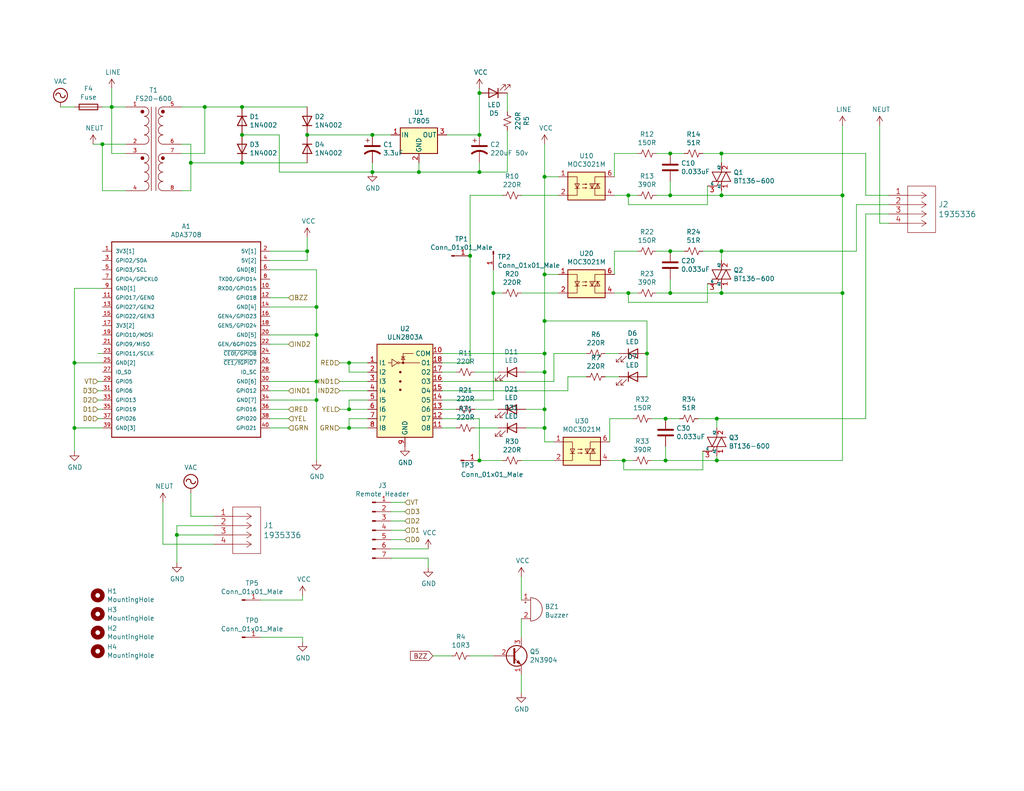
<source format=kicad_sch>
(kicad_sch (version 20211123) (generator eeschema)
  (paper "USLetter")
  (lib_symbols
    (symbol "Connector:Conn_01x01_Male" (pin_names (offset 1.016) hide)
      (property "Reference" "J" (at 0 2.54 0))
      (property "Value" "Conn_01x01_Male" (at 0 -2.54 0))
      (symbol "Conn_01x01_Male_1_1"
        (pin passive line (at 5.08 0 180) (length 3.81) (name "Pin_1") (number "1"))
      )
    )
    (symbol "Connector:Conn_01x07_Male" (pin_names (offset 1.016) hide)
      (property "Reference" "J" (at 0 10.16 0))
      (property "Value" "Conn_01x07_Male" (at 0 -10.16 0))
      (symbol "Conn_01x07_Male_1_1"
        (pin passive line (at 5.08 7.62 180) (length 3.81) (name "Pin_1") (number "1"))
        (pin passive line (at 5.08 5.08 180) (length 3.81) (name "Pin_2") (number "2"))
        (pin passive line (at 5.08 2.54 180) (length 3.81) (name "Pin_3") (number "3"))
        (pin passive line (at 5.08 0 180) (length 3.81) (name "Pin_4") (number "4"))
        (pin passive line (at 5.08 -2.54 180) (length 3.81) (name "Pin_5") (number "5"))
        (pin passive line (at 5.08 -5.08 180) (length 3.81) (name "Pin_6") (number "6"))
        (pin passive line (at 5.08 -7.62 180) (length 3.81) (name "Pin_7") (number "7"))
      )
    )
    (symbol "Device:Buzzer" (pin_names (offset 0.0254) hide)
      (property "Reference" "BZ" (at 3.81 1.27 0))
      (property "Value" "Buzzer" (at 3.81 -1.27 0))
      (symbol "Buzzer_1_1"
        (pin passive line (at -2.54 2.54 0) (length 2.54) (name "-") (number "1"))
        (pin passive line (at -2.54 -2.54 0) (length 2.54) (name "+") (number "2"))
      )
    )
    (symbol "Device:C" (pin_numbers hide) (pin_names (offset 0.254))
      (property "Reference" "C" (at 0.635 2.54 0))
      (property "Value" "C" (at 0.635 -2.54 0))
      (symbol "C_1_1"
        (pin passive line (at 0 3.81 270) (length 2.794) (name "~") (number "1"))
        (pin passive line (at 0 -3.81 90) (length 2.794) (name "~") (number "2"))
      )
    )
    (symbol "Device:Fuse" (pin_numbers hide) (pin_names (offset 0))
      (property "Reference" "F" (at 2.032 0 90))
      (property "Value" "Fuse" (at -1.905 0 90))
      (symbol "Fuse_1_1"
        (pin passive line (at 0 3.81 270) (length 1.27) (name "~") (number "1"))
        (pin passive line (at 0 -3.81 90) (length 1.27) (name "~") (number "2"))
      )
    )
    (symbol "Device:LED" (pin_numbers hide) (pin_names (offset 1.016) hide)
      (property "Reference" "D" (at 0 2.54 0))
      (property "Value" "LED" (at 0 -2.54 0))
      (symbol "LED_1_1"
        (pin passive line (at -3.81 0 0) (length 2.54) (name "K") (number "1"))
        (pin passive line (at 3.81 0 180) (length 2.54) (name "A") (number "2"))
      )
    )
    (symbol "Device:Q_NPN_EBC" (pin_names (offset 0) hide)
      (property "Reference" "Q" (at 5.08 1.27 0))
      (property "Value" "Q_NPN_EBC" (at 5.08 -1.27 0))
      (symbol "Q_NPN_EBC_1_1"
        (pin passive line (at 2.54 -5.08 90) (length 2.54) (name "E") (number "1"))
        (pin passive line (at -5.08 0 0) (length 5.715) (name "B") (number "2"))
        (pin passive line (at 2.54 5.08 270) (length 2.54) (name "C") (number "3"))
      )
    )
    (symbol "Device:R_Small_US" (pin_numbers hide) (pin_names (offset 0.254) hide)
      (property "Reference" "R" (at 0.762 0.508 0))
      (property "Value" "R_Small_US" (at 0.762 -1.016 0))
      (symbol "R_Small_US_1_1"
        (pin passive line (at 0 2.54 270) (length 1.016) (name "~") (number "1"))
        (pin passive line (at 0 -2.54 90) (length 1.016) (name "~") (number "2"))
      )
    )
    (symbol "Diode:1N4002" (pin_numbers hide) (pin_names (offset 1.016) hide)
      (property "Reference" "D" (at 0 2.54 0))
      (property "Value" "1N4002" (at 0 -2.54 0))
      (symbol "1N4002_1_1"
        (pin passive line (at -3.81 0 0) (length 2.54) (name "K") (number "1"))
        (pin passive line (at 3.81 0 180) (length 2.54) (name "A") (number "2"))
      )
    )
    (symbol "Mechanical:MountingHole" (pin_names (offset 1.016))
      (property "Reference" "H" (at 0 5.08 0))
      (property "Value" "MountingHole" (at 0 3.175 0))
    )
    (symbol "Regulator_Linear:L7805" (pin_names (offset 0.254))
      (property "Reference" "U" (at -3.81 3.175 0))
      (property "Value" "L7805" (at 0 3.175 0))
      (symbol "L7805_1_1"
        (pin power_in line (at -7.62 0 0) (length 2.54) (name "IN") (number "1"))
        (pin power_in line (at 0 -7.62 90) (length 2.54) (name "GND") (number "2"))
        (pin power_out line (at 7.62 0 180) (length 2.54) (name "OUT") (number "3"))
      )
    )
    (symbol "Relay_SolidState:MOC3021M"
      (property "Reference" "U" (at -5.334 4.826 0))
      (property "Value" "MOC3021M" (at 0 5.08 0))
      (symbol "MOC3021M_1_1"
        (pin passive line (at -7.62 2.54 0) (length 2.54) (name "~") (number "1"))
        (pin passive line (at -7.62 -2.54 0) (length 2.54) (name "~") (number "2"))
        (pin no_connect line (at -5.08 0 0) (length 2.54) hide (name "NC") (number "3"))
        (pin passive line (at 7.62 -2.54 180) (length 2.54) (name "~") (number "4"))
        (pin no_connect line (at 5.08 0 180) (length 2.54) hide (name "NC") (number "5"))
        (pin passive line (at 7.62 2.54 180) (length 2.54) (name "~") (number "6"))
      )
    )
    (symbol "StopLight4-rescue:1935336-2020-08-18_22-12-02" (pin_names (offset 0.254) hide)
      (property "Reference" "J" (at 8.89 6.35 0))
      (property "Value" "1935336-2020-08-18_22-12-02" (at 10.16 -5.08 0))
      (symbol "1935336-2020-08-18_22-12-02_1_1"
        (pin unspecified line (at 0 0 0) (length 5.08) (name "1") (number "1"))
        (pin unspecified line (at 0 -2.54 0) (length 5.08) (name "2") (number "2"))
        (pin unspecified line (at 0 -5.08 0) (length 5.08) (name "3") (number "3"))
        (pin unspecified line (at 0 -7.62 0) (length 5.08) (name "4") (number "4"))
      )
    )
    (symbol "StopLight4-rescue:ADA3708-ADA3708" (pin_names (offset 1.016))
      (property "Reference" "A" (at -20.3454 26.6954 0))
      (property "Value" "ADA3708-ADA3708" (at -20.3454 -30.5054 0))
      (symbol "ADA3708-ADA3708_0_0"
        (pin power_in line (at -22.86 22.86 0) (length 2.54) (name "3V3[1]") (number "1"))
        (pin bidirectional line (at 22.86 12.7 180) (length 2.54) (name "RXD0/GPIO15") (number "10"))
        (pin bidirectional line (at -22.86 10.16 0) (length 2.54) (name "GPIO17/GEN0") (number "11"))
        (pin bidirectional line (at 22.86 10.16 180) (length 2.54) (name "GPIO18") (number "12"))
        (pin bidirectional line (at -22.86 7.62 0) (length 2.54) (name "GPIO27/GEN2") (number "13"))
        (pin power_in line (at 22.86 7.62 180) (length 2.54) (name "GND[4]") (number "14"))
        (pin bidirectional line (at -22.86 5.08 0) (length 2.54) (name "GPIO22/GEN3") (number "15"))
        (pin bidirectional line (at 22.86 5.08 180) (length 2.54) (name "GEN4/GPIO23") (number "16"))
        (pin power_in line (at -22.86 2.54 0) (length 2.54) (name "3V3[2]") (number "17"))
        (pin bidirectional line (at 22.86 2.54 180) (length 2.54) (name "GEN5/GPIO24") (number "18"))
        (pin bidirectional line (at -22.86 0 0) (length 2.54) (name "GPIO10/MOSI") (number "19"))
        (pin power_in line (at 22.86 22.86 180) (length 2.54) (name "5V[1]") (number "2"))
        (pin power_in line (at 22.86 0 180) (length 2.54) (name "GND[5]") (number "20"))
        (pin bidirectional line (at -22.86 -2.54 0) (length 2.54) (name "GPIO9/MISO") (number "21"))
        (pin bidirectional line (at 22.86 -2.54 180) (length 2.54) (name "GEN/6GPIO25") (number "22"))
        (pin bidirectional line (at -22.86 -5.08 0) (length 2.54) (name "GPIO11/SCLK") (number "23"))
        (pin bidirectional line (at 22.86 -5.08 180) (length 2.54) (name "~{CE0!/GPIO8}") (number "24"))
        (pin power_in line (at -22.86 -7.62 0) (length 2.54) (name "GND[2]") (number "25"))
        (pin bidirectional line (at 22.86 -7.62 180) (length 2.54) (name "~{CE1/!GPIO7}") (number "26"))
        (pin bidirectional line (at -22.86 -10.16 0) (length 2.54) (name "ID_SD") (number "27"))
        (pin bidirectional line (at 22.86 -10.16 180) (length 2.54) (name "ID_SC") (number "28"))
        (pin bidirectional line (at -22.86 -12.7 0) (length 2.54) (name "GPIO5") (number "29"))
        (pin bidirectional line (at -22.86 20.32 0) (length 2.54) (name "GPIO2/SDA") (number "3"))
        (pin power_in line (at 22.86 -12.7 180) (length 2.54) (name "GND[6]") (number "30"))
        (pin bidirectional line (at -22.86 -15.24 0) (length 2.54) (name "GPIO6") (number "31"))
        (pin bidirectional line (at 22.86 -15.24 180) (length 2.54) (name "GPIO12") (number "32"))
        (pin bidirectional line (at -22.86 -17.78 0) (length 2.54) (name "GPIO13") (number "33"))
        (pin power_in line (at 22.86 -17.78 180) (length 2.54) (name "GND[7]") (number "34"))
        (pin bidirectional line (at -22.86 -20.32 0) (length 2.54) (name "GPIO19") (number "35"))
        (pin bidirectional line (at 22.86 -20.32 180) (length 2.54) (name "GPIO16") (number "36"))
        (pin bidirectional line (at -22.86 -22.86 0) (length 2.54) (name "GPIO26") (number "37"))
        (pin bidirectional line (at 22.86 -22.86 180) (length 2.54) (name "GPIO20") (number "38"))
        (pin power_in line (at -22.86 -25.4 0) (length 2.54) (name "GND[3]") (number "39"))
        (pin power_in line (at 22.86 20.32 180) (length 2.54) (name "5V[2]") (number "4"))
        (pin bidirectional line (at 22.86 -25.4 180) (length 2.54) (name "GPIO21") (number "40"))
        (pin bidirectional line (at -22.86 17.78 0) (length 2.54) (name "GPIO3/SCL") (number "5"))
        (pin power_in line (at 22.86 17.78 180) (length 2.54) (name "GND[8]") (number "6"))
        (pin bidirectional line (at -22.86 15.24 0) (length 2.54) (name "GPIO4/GPCKL0") (number "7"))
        (pin bidirectional line (at 22.86 15.24 180) (length 2.54) (name "TXD0/GPIO14") (number "8"))
        (pin power_in line (at -22.86 12.7 0) (length 2.54) (name "GND[1]") (number "9"))
      )
    )
    (symbol "StopLight4-rescue:CP1-Device" (pin_numbers hide) (pin_names (offset 0.254) hide)
      (property "Reference" "C" (at 0.635 2.54 0))
      (property "Value" "CP1-Device" (at 0.635 -2.54 0))
      (symbol "CP1-Device_1_1"
        (pin passive line (at 0 3.81 270) (length 2.794) (name "~") (number "1"))
        (pin passive line (at 0 -3.81 90) (length 3.302) (name "~") (number "2"))
      )
    )
    (symbol "StopLight4-rescue:FS20-600-FS20-600" (pin_names (offset 1.016) hide)
      (property "Reference" "T" (at -5.08 12.7 0))
      (property "Value" "FS20-600-FS20-600" (at -5.08 -15.24 0))
      (symbol "FS20-600-FS20-600_0_0"
        (pin passive line (at -7.62 10.16 0) (length 5.08) (name "~") (number "1"))
        (pin passive line (at -7.62 0 0) (length 5.08) (name "~") (number "2"))
        (pin passive line (at -7.62 -2.54 0) (length 5.08) (name "~") (number "3"))
        (pin passive line (at -7.62 -12.7 0) (length 5.08) (name "~") (number "4"))
        (pin passive line (at 7.62 10.16 180) (length 5.08) (name "~") (number "5"))
        (pin passive line (at 7.62 0 180) (length 5.08) (name "~") (number "6"))
        (pin passive line (at 7.62 -2.54 180) (length 5.08) (name "~") (number "7"))
        (pin passive line (at 7.62 -12.7 180) (length 5.08) (name "~") (number "8"))
      )
    )
    (symbol "Transistor_Array:ULN2803A"
      (property "Reference" "U" (at 0 13.335 0))
      (property "Value" "ULN2803A" (at 0 11.43 0))
      (symbol "ULN2803A_1_1"
        (pin input line (at -10.16 5.08 0) (length 2.54) (name "I1") (number "1"))
        (pin passive line (at 10.16 7.62 180) (length 2.54) (name "COM") (number "10"))
        (pin open_collector line (at 10.16 -12.7 180) (length 2.54) (name "O8") (number "11"))
        (pin open_collector line (at 10.16 -10.16 180) (length 2.54) (name "O7") (number "12"))
        (pin open_collector line (at 10.16 -7.62 180) (length 2.54) (name "O6") (number "13"))
        (pin open_collector line (at 10.16 -5.08 180) (length 2.54) (name "O5") (number "14"))
        (pin open_collector line (at 10.16 -2.54 180) (length 2.54) (name "O4") (number "15"))
        (pin open_collector line (at 10.16 0 180) (length 2.54) (name "O3") (number "16"))
        (pin open_collector line (at 10.16 2.54 180) (length 2.54) (name "O2") (number "17"))
        (pin open_collector line (at 10.16 5.08 180) (length 2.54) (name "O1") (number "18"))
        (pin input line (at -10.16 2.54 0) (length 2.54) (name "I2") (number "2"))
        (pin input line (at -10.16 0 0) (length 2.54) (name "I3") (number "3"))
        (pin input line (at -10.16 -2.54 0) (length 2.54) (name "I4") (number "4"))
        (pin input line (at -10.16 -5.08 0) (length 2.54) (name "I5") (number "5"))
        (pin input line (at -10.16 -7.62 0) (length 2.54) (name "I6") (number "6"))
        (pin input line (at -10.16 -10.16 0) (length 2.54) (name "I7") (number "7"))
        (pin input line (at -10.16 -12.7 0) (length 2.54) (name "I8") (number "8"))
        (pin power_in line (at 0 -17.78 90) (length 2.54) (name "GND") (number "9"))
      )
    )
    (symbol "Triac_Thyristor:BT136-600" (pin_names (offset 0))
      (property "Reference" "Q" (at 5.08 1.905 0))
      (property "Value" "BT136-600" (at 5.08 0 0))
      (symbol "BT136-600_1_1"
        (pin passive line (at 0 -3.81 90) (length 2.54) (name "A1") (number "1"))
        (pin passive line (at 0 3.81 270) (length 2.54) (name "A2") (number "2"))
        (pin input line (at -3.81 -2.54 0) (length 2.54) (name "G") (number "3"))
      )
    )
    (symbol "power:GND" (power) (pin_names (offset 0))
      (property "Value" "GND" (at 0 -3.81 0))
      (symbol "GND_1_1"
        (pin power_in line (at 0 0 270) (length 0) hide (name "GND") (number "1"))
      )
    )
    (symbol "power:LINE" (power) (pin_names (offset 0))
      (property "Value" "LINE" (at 0 3.81 0))
      (symbol "LINE_1_1"
        (pin power_in line (at 0 0 90) (length 0) hide (name "LINE") (number "1"))
      )
    )
    (symbol "power:NEUT" (power) (pin_names (offset 0))
      (property "Value" "NEUT" (at 0 3.81 0))
      (symbol "NEUT_1_1"
        (pin power_in line (at 0 0 90) (length 0) hide (name "NEUT") (number "1"))
      )
    )
    (symbol "power:VAC" (power) (pin_names (offset 0))
      (property "Value" "VAC" (at 0 6.35 0))
      (symbol "VAC_1_1"
        (pin power_in line (at 0 0 90) (length 0) hide (name "VAC") (number "1"))
      )
    )
    (symbol "power:VCC" (power) (pin_names (offset 0))
      (property "Value" "VCC" (at 0 3.81 0))
      (symbol "VCC_1_1"
        (pin power_in line (at 0 0 90) (length 0) hide (name "VCC") (number "1"))
      )
    )
  )
  (junction (at 195.58 114.3))
  (junction (at 196.85 80.01))
  (junction (at 182.88 80.01))
  (junction (at 130.81 125.73))
  (junction (at 148.59 74.93))
  (junction (at 182.88 68.58))
  (junction (at 148.59 96.52))
  (junction (at 130.81 25.4))
  (junction (at 195.58 125.73))
  (junction (at 148.59 101.6))
  (junction (at 95.25 99.06))
  (junction (at 114.3 46.99))
  (junction (at 229.87 53.34))
  (junction (at 83.82 36.83))
  (junction (at 181.61 125.73))
  (junction (at 176.53 96.52))
  (junction (at 66.04 36.83))
  (junction (at 171.45 80.01))
  (junction (at 134.62 80.01))
  (junction (at 30.48 29.21))
  (junction (at 66.04 29.21))
  (junction (at 95.25 116.84))
  (junction (at 148.59 111.76))
  (junction (at 86.36 109.22))
  (junction (at 196.85 53.34))
  (junction (at 182.88 41.91))
  (junction (at 171.45 53.34))
  (junction (at 128.27 69.85))
  (junction (at 170.18 125.73))
  (junction (at 148.59 87.63))
  (junction (at 86.36 104.14))
  (junction (at 196.85 41.91))
  (junction (at 83.82 68.58))
  (junction (at 196.85 68.58))
  (junction (at 55.88 29.21))
  (junction (at 229.87 80.01))
  (junction (at 182.88 53.34))
  (junction (at 52.07 44.45))
  (junction (at 48.26 146.05))
  (junction (at 86.36 91.44))
  (junction (at 181.61 114.3))
  (junction (at 95.25 111.76))
  (junction (at 148.59 48.26))
  (junction (at 101.6 36.83))
  (junction (at 130.81 46.99))
  (junction (at 101.6 46.99))
  (junction (at 148.59 116.84))
  (junction (at 86.36 83.82))
  (junction (at 20.32 116.84))
  (junction (at 20.32 99.06))
  (junction (at 130.81 36.83))
  (junction (at 27.94 39.37))
  (junction (at 66.04 44.45))
  (wire (pts (xy 121.92 36.83) (xy 130.81 36.83)))
  (wire (pts (xy 160.02 96.52) (xy 151.13 96.52)))
  (wire (pts (xy 195.58 125.73) (xy 195.58 124.46)))
  (wire (pts (xy 154.94 106.68) (xy 154.94 102.87)))
  (wire (pts (xy 120.65 116.84) (xy 124.46 116.84)))
  (wire (pts (xy 195.58 114.3) (xy 236.22 114.3)))
  (wire (pts (xy 118.11 179.07) (xy 123.19 179.07)))
  (wire (pts (xy 191.77 128.27) (xy 170.18 128.27)))
  (wire (pts (xy 34.29 52.07) (xy 27.94 52.07)))
  (wire (pts (xy 30.48 29.21) (xy 30.48 41.91)))
  (wire (pts (xy 48.26 143.51) (xy 48.26 146.05)))
  (wire (pts (xy 142.24 80.01) (xy 152.4 80.01)))
  (wire (pts (xy 148.59 111.76) (xy 148.59 116.84)))
  (wire (pts (xy 116.84 152.4) (xy 116.84 154.94)))
  (wire (pts (xy 130.81 114.3) (xy 130.81 125.73)))
  (wire (pts (xy 83.82 71.12) (xy 83.82 68.58)))
  (wire (pts (xy 138.43 35.56) (xy 138.43 46.99)))
  (wire (pts (xy 116.84 149.86) (xy 106.68 149.86)))
  (wire (pts (xy 142.24 184.15) (xy 142.24 189.23)))
  (wire (pts (xy 73.66 116.84) (xy 78.74 116.84)))
  (wire (pts (xy 95.25 101.6) (xy 95.25 99.06)))
  (wire (pts (xy 134.62 109.22) (xy 120.65 109.22)))
  (wire (pts (xy 95.25 109.22) (xy 95.25 111.76)))
  (wire (pts (xy 49.53 29.21) (xy 55.88 29.21)))
  (wire (pts (xy 193.04 77.47) (xy 193.04 82.55)))
  (wire (pts (xy 124.46 111.76) (xy 120.65 111.76)))
  (wire (pts (xy 148.59 87.63) (xy 148.59 96.52)))
  (wire (pts (xy 182.88 53.34) (xy 196.85 53.34)))
  (wire (pts (xy 71.12 173.99) (xy 82.55 173.99)))
  (wire (pts (xy 138.43 30.48) (xy 138.43 25.4)))
  (wire (pts (xy 27.94 116.84) (xy 20.32 116.84)))
  (wire (pts (xy 191.77 41.91) (xy 196.85 41.91)))
  (wire (pts (xy 130.81 46.99) (xy 130.81 44.45)))
  (wire (pts (xy 196.85 53.34) (xy 229.87 53.34)))
  (wire (pts (xy 27.94 39.37) (xy 34.29 39.37)))
  (wire (pts (xy 26.67 104.14) (xy 27.94 104.14)))
  (wire (pts (xy 100.33 101.6) (xy 95.25 101.6)))
  (wire (pts (xy 25.4 39.37) (xy 27.94 39.37)))
  (wire (pts (xy 26.67 114.3) (xy 27.94 114.3)))
  (wire (pts (xy 66.04 44.45) (xy 83.82 44.45)))
  (wire (pts (xy 130.81 125.73) (xy 137.16 125.73)))
  (wire (pts (xy 134.62 80.01) (xy 134.62 73.66)))
  (wire (pts (xy 100.33 104.14) (xy 92.71 104.14)))
  (wire (pts (xy 196.85 80.01) (xy 229.87 80.01)))
  (wire (pts (xy 58.42 140.97) (xy 52.07 140.97)))
  (wire (pts (xy 179.07 80.01) (xy 182.88 80.01)))
  (wire (pts (xy 176.53 87.63) (xy 148.59 87.63)))
  (wire (pts (xy 166.37 125.73) (xy 170.18 125.73)))
  (wire (pts (xy 182.88 49.53) (xy 182.88 53.34)))
  (wire (pts (xy 20.32 78.74) (xy 20.32 99.06)))
  (wire (pts (xy 181.61 121.92) (xy 181.61 125.73)))
  (wire (pts (xy 190.5 114.3) (xy 195.58 114.3)))
  (wire (pts (xy 27.94 111.76) (xy 26.67 111.76)))
  (wire (pts (xy 49.53 41.91) (xy 55.88 41.91)))
  (wire (pts (xy 191.77 123.19) (xy 191.77 128.27)))
  (wire (pts (xy 193.04 55.88) (xy 171.45 55.88)))
  (wire (pts (xy 182.88 76.2) (xy 182.88 80.01)))
  (wire (pts (xy 128.27 99.06) (xy 120.65 99.06)))
  (wire (pts (xy 86.36 83.82) (xy 86.36 91.44)))
  (wire (pts (xy 27.94 109.22) (xy 26.67 109.22)))
  (wire (pts (xy 167.64 74.93) (xy 167.64 68.58)))
  (wire (pts (xy 129.54 111.76) (xy 135.89 111.76)))
  (wire (pts (xy 82.55 163.83) (xy 82.55 162.56)))
  (wire (pts (xy 71.12 163.83) (xy 82.55 163.83)))
  (wire (pts (xy 152.4 74.93) (xy 148.59 74.93)))
  (wire (pts (xy 135.89 101.6) (xy 129.54 101.6)))
  (wire (pts (xy 83.82 64.77) (xy 83.82 68.58)))
  (wire (pts (xy 154.94 102.87) (xy 160.02 102.87)))
  (wire (pts (xy 167.64 68.58) (xy 173.99 68.58)))
  (wire (pts (xy 82.55 173.99) (xy 82.55 175.26)))
  (wire (pts (xy 148.59 116.84) (xy 143.51 116.84)))
  (wire (pts (xy 73.66 83.82) (xy 86.36 83.82)))
  (wire (pts (xy 168.91 96.52) (xy 165.1 96.52)))
  (wire (pts (xy 120.65 106.68) (xy 154.94 106.68)))
  (wire (pts (xy 148.59 96.52) (xy 148.59 101.6)))
  (wire (pts (xy 86.36 125.73) (xy 86.36 109.22)))
  (wire (pts (xy 73.66 73.66) (xy 86.36 73.66)))
  (wire (pts (xy 30.48 29.21) (xy 30.48 24.13)))
  (wire (pts (xy 76.2 46.99) (xy 101.6 46.99)))
  (wire (pts (xy 170.18 128.27) (xy 170.18 125.73)))
  (wire (pts (xy 128.27 69.85) (xy 128.27 99.06)))
  (wire (pts (xy 171.45 82.55) (xy 171.45 80.01)))
  (wire (pts (xy 27.94 52.07) (xy 27.94 39.37)))
  (wire (pts (xy 20.32 123.19) (xy 20.32 116.84)))
  (wire (pts (xy 16.51 29.21) (xy 20.32 29.21)))
  (wire (pts (xy 176.53 96.52) (xy 176.53 87.63)))
  (wire (pts (xy 58.42 146.05) (xy 48.26 146.05)))
  (wire (pts (xy 95.25 116.84) (xy 95.25 114.3)))
  (wire (pts (xy 55.88 41.91) (xy 55.88 29.21)))
  (wire (pts (xy 86.36 73.66) (xy 86.36 83.82)))
  (wire (pts (xy 78.74 106.68) (xy 73.66 106.68)))
  (wire (pts (xy 101.6 44.45) (xy 101.6 46.99)))
  (wire (pts (xy 166.37 120.65) (xy 166.37 114.3)))
  (wire (pts (xy 167.64 80.01) (xy 171.45 80.01)))
  (wire (pts (xy 101.6 36.83) (xy 83.82 36.83)))
  (wire (pts (xy 27.94 78.74) (xy 20.32 78.74)))
  (wire (pts (xy 114.3 46.99) (xy 101.6 46.99)))
  (wire (pts (xy 196.85 68.58) (xy 233.68 68.58)))
  (wire (pts (xy 196.85 41.91) (xy 236.22 41.91)))
  (wire (pts (xy 86.36 109.22) (xy 73.66 109.22)))
  (wire (pts (xy 179.07 68.58) (xy 182.88 68.58)))
  (wire (pts (xy 171.45 55.88) (xy 171.45 53.34)))
  (wire (pts (xy 26.67 96.52) (xy 27.94 96.52)))
  (wire (pts (xy 142.24 168.91) (xy 142.24 173.99)))
  (wire (pts (xy 52.07 52.07) (xy 52.07 44.45)))
  (wire (pts (xy 100.33 109.22) (xy 95.25 109.22)))
  (wire (pts (xy 73.66 114.3) (xy 78.74 114.3)))
  (wire (pts (xy 120.65 96.52) (xy 148.59 96.52)))
  (wire (pts (xy 193.04 50.8) (xy 193.04 55.88)))
  (wire (pts (xy 229.87 80.01) (xy 229.87 125.73)))
  (wire (pts (xy 49.53 39.37) (xy 52.07 39.37)))
  (wire (pts (xy 106.68 137.16) (xy 110.49 137.16)))
  (wire (pts (xy 52.07 39.37) (xy 52.07 44.45)))
  (wire (pts (xy 130.81 114.3) (xy 120.65 114.3)))
  (wire (pts (xy 177.8 114.3) (xy 181.61 114.3)))
  (wire (pts (xy 92.71 111.76) (xy 95.25 111.76)))
  (wire (pts (xy 73.66 71.12) (xy 83.82 71.12)))
  (wire (pts (xy 167.64 41.91) (xy 173.99 41.91)))
  (wire (pts (xy 83.82 29.21) (xy 66.04 29.21)))
  (wire (pts (xy 76.2 36.83) (xy 76.2 46.99)))
  (wire (pts (xy 134.62 109.22) (xy 134.62 80.01)))
  (wire (pts (xy 196.85 41.91) (xy 196.85 44.45)))
  (wire (pts (xy 58.42 148.59) (xy 44.45 148.59)))
  (wire (pts (xy 229.87 125.73) (xy 195.58 125.73)))
  (wire (pts (xy 229.87 53.34) (xy 229.87 80.01)))
  (wire (pts (xy 138.43 46.99) (xy 130.81 46.99)))
  (wire (pts (xy 106.68 36.83) (xy 101.6 36.83)))
  (wire (pts (xy 168.91 102.87) (xy 165.1 102.87)))
  (wire (pts (xy 177.8 125.73) (xy 181.61 125.73)))
  (wire (pts (xy 152.4 53.34) (xy 142.24 53.34)))
  (wire (pts (xy 182.88 80.01) (xy 196.85 80.01)))
  (wire (pts (xy 196.85 53.34) (xy 196.85 52.07)))
  (wire (pts (xy 73.66 104.14) (xy 86.36 104.14)))
  (wire (pts (xy 78.74 93.98) (xy 73.66 93.98)))
  (wire (pts (xy 148.59 120.65) (xy 151.13 120.65)))
  (wire (pts (xy 92.71 116.84) (xy 95.25 116.84)))
  (wire (pts (xy 106.68 142.24) (xy 110.49 142.24)))
  (wire (pts (xy 100.33 99.06) (xy 95.25 99.06)))
  (wire (pts (xy 86.36 104.14) (xy 86.36 109.22)))
  (wire (pts (xy 182.88 68.58) (xy 186.69 68.58)))
  (wire (pts (xy 30.48 29.21) (xy 34.29 29.21)))
  (wire (pts (xy 148.59 48.26) (xy 148.59 74.93)))
  (wire (pts (xy 229.87 34.29) (xy 229.87 53.34)))
  (wire (pts (xy 148.59 116.84) (xy 148.59 120.65)))
  (wire (pts (xy 143.51 101.6) (xy 148.59 101.6)))
  (wire (pts (xy 106.68 147.32) (xy 110.49 147.32)))
  (wire (pts (xy 242.57 53.34) (xy 236.22 53.34)))
  (wire (pts (xy 114.3 46.99) (xy 130.81 46.99)))
  (wire (pts (xy 236.22 53.34) (xy 236.22 41.91)))
  (wire (pts (xy 52.07 44.45) (xy 66.04 44.45)))
  (wire (pts (xy 181.61 125.73) (xy 195.58 125.73)))
  (wire (pts (xy 86.36 91.44) (xy 86.36 104.14)))
  (wire (pts (xy 148.59 39.37) (xy 148.59 48.26)))
  (wire (pts (xy 196.85 80.01) (xy 196.85 78.74)))
  (wire (pts (xy 196.85 68.58) (xy 196.85 71.12)))
  (wire (pts (xy 55.88 29.21) (xy 66.04 29.21)))
  (wire (pts (xy 142.24 125.73) (xy 151.13 125.73)))
  (wire (pts (xy 134.62 80.01) (xy 137.16 80.01)))
  (wire (pts (xy 128.27 179.07) (xy 134.62 179.07)))
  (wire (pts (xy 166.37 114.3) (xy 172.72 114.3)))
  (wire (pts (xy 78.74 81.28) (xy 73.66 81.28)))
  (wire (pts (xy 170.18 125.73) (xy 172.72 125.73)))
  (wire (pts (xy 66.04 36.83) (xy 76.2 36.83)))
  (wire (pts (xy 95.25 114.3) (xy 100.33 114.3)))
  (wire (pts (xy 167.64 53.34) (xy 171.45 53.34)))
  (wire (pts (xy 95.25 99.06) (xy 92.71 99.06)))
  (wire (pts (xy 130.81 24.13) (xy 130.81 25.4)))
  (wire (pts (xy 171.45 80.01) (xy 173.99 80.01)))
  (wire (pts (xy 27.94 29.21) (xy 30.48 29.21)))
  (wire (pts (xy 128.27 53.34) (xy 128.27 69.85)))
  (wire (pts (xy 44.45 137.16) (xy 44.45 148.59)))
  (wire (pts (xy 167.64 48.26) (xy 167.64 41.91)))
  (wire (pts (xy 106.68 152.4) (xy 116.84 152.4)))
  (wire (pts (xy 240.03 60.96) (xy 242.57 60.96)))
  (wire (pts (xy 49.53 52.07) (xy 52.07 52.07)))
  (wire (pts (xy 236.22 58.42) (xy 236.22 114.3)))
  (wire (pts (xy 130.81 25.4) (xy 130.81 36.83)))
  (wire (pts (xy 52.07 140.97) (xy 52.07 134.62)))
  (wire (pts (xy 179.07 53.34) (xy 182.88 53.34)))
  (wire (pts (xy 20.32 99.06) (xy 27.94 99.06)))
  (wire (pts (xy 106.68 144.78) (xy 110.49 144.78)))
  (wire (pts (xy 148.59 74.93) (xy 148.59 87.63)))
  (wire (pts (xy 95.25 116.84) (xy 100.33 116.84)))
  (wire (pts (xy 30.48 41.91) (xy 34.29 41.91)))
  (wire (pts (xy 233.68 55.88) (xy 242.57 55.88)))
  (wire (pts (xy 48.26 146.05) (xy 48.26 153.67)))
  (wire (pts (xy 233.68 68.58) (xy 233.68 55.88)))
  (wire (pts (xy 171.45 53.34) (xy 173.99 53.34)))
  (wire (pts (xy 179.07 41.91) (xy 182.88 41.91)))
  (wire (pts (xy 191.77 68.58) (xy 196.85 68.58)))
  (wire (pts (xy 83.82 68.58) (xy 73.66 68.58)))
  (wire (pts (xy 26.67 106.68) (xy 27.94 106.68)))
  (wire (pts (xy 181.61 114.3) (xy 185.42 114.3)))
  (wire (pts (xy 137.16 53.34) (xy 128.27 53.34)))
  (wire (pts (xy 73.66 91.44) (xy 86.36 91.44)))
  (wire (pts (xy 100.33 106.68) (xy 92.71 106.68)))
  (wire (pts (xy 193.04 82.55) (xy 171.45 82.55)))
  (wire (pts (xy 73.66 111.76) (xy 78.74 111.76)))
  (wire (pts (xy 142.24 163.83) (xy 142.24 157.48)))
  (wire (pts (xy 195.58 114.3) (xy 195.58 116.84)))
  (wire (pts (xy 143.51 111.76) (xy 148.59 111.76)))
  (wire (pts (xy 124.46 101.6) (xy 120.65 101.6)))
  (wire (pts (xy 148.59 48.26) (xy 152.4 48.26)))
  (wire (pts (xy 176.53 102.87) (xy 176.53 96.52)))
  (wire (pts (xy 236.22 58.42) (xy 242.57 58.42)))
  (wire (pts (xy 48.26 143.51) (xy 58.42 143.51)))
  (wire (pts (xy 106.68 139.7) (xy 110.49 139.7)))
  (wire (pts (xy 151.13 104.14) (xy 120.65 104.14)))
  (wire (pts (xy 151.13 96.52) (xy 151.13 104.14)))
  (wire (pts (xy 114.3 44.45) (xy 114.3 46.99)))
  (wire (pts (xy 129.54 116.84) (xy 135.89 116.84)))
  (wire (pts (xy 148.59 101.6) (xy 148.59 111.76)))
  (wire (pts (xy 240.03 34.29) (xy 240.03 60.96)))
  (wire (pts (xy 95.25 111.76) (xy 100.33 111.76)))
  (wire (pts (xy 182.88 41.91) (xy 186.69 41.91)))
  (wire (pts (xy 20.32 116.84) (xy 20.32 99.06)))
  (global_label "BZZ" (shape input) (at 118.11 179.07 180) (property "Intersheet References" "${INTERSHEET_REFS}" (effects hide)))
  (hierarchical_label "RED" (shape input) (at 92.71 99.06 180))
  (hierarchical_label "IND1" (shape input) (at 78.74 106.68 0))
  (hierarchical_label "VT" (shape input) (at 26.67 104.14 180))
  (hierarchical_label "D1" (shape input) (at 110.49 144.78 0))
  (hierarchical_label "D1" (shape input) (at 26.67 111.76 180))
  (hierarchical_label "BZZ" (shape input) (at 78.74 81.28 0))
  (hierarchical_label "D3" (shape input) (at 26.67 106.68 180))
  (hierarchical_label "IND2" (shape input) (at 92.71 106.68 180))
  (hierarchical_label "VT" (shape input) (at 110.49 137.16 0))
  (hierarchical_label "D3" (shape input) (at 110.49 139.7 0))
  (hierarchical_label "D0" (shape input) (at 110.49 147.32 0))
  (hierarchical_label "D2" (shape input) (at 110.49 142.24 0))
  (hierarchical_label "RED" (shape input) (at 78.74 111.76 0))
  (hierarchical_label "D2" (shape input) (at 26.67 109.22 180))
  (hierarchical_label "YEL" (shape input) (at 78.74 114.3 0))
  (hierarchical_label "GRN" (shape input) (at 92.71 116.84 180))
  (hierarchical_label "IND2" (shape input) (at 78.74 93.98 0))
  (hierarchical_label "IND1" (shape input) (at 92.71 104.14 180))
  (hierarchical_label "GRN" (shape input) (at 78.74 116.84 0))
  (hierarchical_label "D0" (shape input) (at 26.67 114.3 180))
  (hierarchical_label "YEL" (shape input) (at 92.71 111.76 180))
  (symbol (lib_id "Regulator_Linear:L7805") (at 114.3 36.83 0) (unit 1)
    (property "Reference" "U1" (at 114.3 30.6832 0))
    (property "Value" "L7805" (at 114.3 32.9946 0))
    (property "Footprint" "Package_TO_SOT_THT:TO-220-3_Vertical" (effects hide))
    (property "Datasheet" "http://www.st.com/content/ccc/resource/technical/document/datasheet/41/4f/b3/b0/12/d4/47/88/CD00000444.pdf/files/CD00000444.pdf/jcr:content/translations/en.CD00000444.pdf" (effects hide))
  )
  (symbol (lib_id "Diode:1N4002") (at 66.04 33.02 270) (unit 1)
    (property "Reference" "D1" (at 68.072 31.8516 90) (effects (justify left)))
    (property "Value" "1N4002" (at 68.072 34.163 90) (effects (justify left)))
    (property "Footprint" "Diode_THT:D_DO-41_SOD81_P10.16mm_Horizontal" (effects hide))
    (property "Datasheet" "http://www.vishay.com/docs/88503/1n4001.pdf" (effects hide))
  )
  (symbol (lib_id "Diode:1N4002") (at 66.04 40.64 90) (unit 1)
    (property "Reference" "D3" (at 68.072 39.4716 90) (effects (justify right)))
    (property "Value" "1N4002" (at 68.072 41.783 90) (effects (justify right)))
    (property "Footprint" "Diode_THT:D_DO-41_SOD81_P10.16mm_Horizontal" (effects hide))
    (property "Datasheet" "http://www.vishay.com/docs/88503/1n4001.pdf" (effects hide))
  )
  (symbol (lib_id "Diode:1N4002") (at 83.82 33.02 90) (unit 1)
    (property "Reference" "D2" (at 85.852 31.8516 90) (effects (justify right)))
    (property "Value" "1N4002" (at 85.852 34.163 90) (effects (justify right)))
    (property "Footprint" "Diode_THT:D_DO-41_SOD81_P10.16mm_Horizontal" (effects hide))
    (property "Datasheet" "http://www.vishay.com/docs/88503/1n4001.pdf" (effects hide))
  )
  (symbol (lib_id "Diode:1N4002") (at 83.82 40.64 270) (unit 1)
    (property "Reference" "D4" (at 85.852 39.4716 90) (effects (justify left)))
    (property "Value" "1N4002" (at 85.852 41.783 90) (effects (justify left)))
    (property "Footprint" "Diode_THT:D_DO-41_SOD81_P10.16mm_Horizontal" (effects hide))
    (property "Datasheet" "http://www.vishay.com/docs/88503/1n4001.pdf" (effects hide))
  )
  (symbol (lib_id "power:VCC") (at 130.81 24.13 0) (unit 1)
    (property "Reference" "#PWR0102" (effects hide))
    (property "Value" "VCC" (at 131.191 19.7358 0))
  )
  (symbol (lib_id "power:GND") (at 101.6 46.99 0) (unit 1)
    (property "Reference" "#PWR0101" (effects hide))
    (property "Value" "GND" (at 101.727 51.3842 0))
  )
  (symbol (lib_id "StopLight4-rescue:ADA3708-ADA3708") (at 50.8 91.44 0) (unit 1)
    (property "Reference" "A1" (at 50.8 61.7982 0))
    (property "Value" "ADA3708" (at 50.8 64.1096 0))
    (property "Footprint" "StopLight1:ADA3708_RPI-ZERO" (effects hide))
    (property "Datasheet" "MAnufactutrer Recommendations" (effects hide))
    (property "Field4" "Raspberry" (effects hide))
  )
  (symbol (lib_id "Device:Fuse") (at 24.13 29.21 270) (unit 1)
    (property "Reference" "F4" (at 24.13 24.2062 90))
    (property "Value" "Fuse" (at 24.13 26.5176 90))
    (property "Footprint" "Fuse:Fuseholder_Cylinder-6.3x32mm_Schurter_0031-8002_Horizontal_Open" (effects hide))
  )
  (symbol (lib_id "power:LINE") (at 30.48 24.13 0) (unit 1)
    (property "Reference" "#PWR0106" (effects hide))
    (property "Value" "LINE" (at 30.861 19.7358 0))
  )
  (symbol (lib_id "power:NEUT") (at 25.4 39.37 0) (unit 1)
    (property "Reference" "#PWR0107" (effects hide))
    (property "Value" "NEUT" (at 25.781 34.9758 0))
  )
  (symbol (lib_id "power:VAC") (at 52.07 134.62 0) (unit 1)
    (property "Reference" "#PWR0113" (effects hide))
    (property "Value" "VAC" (at 52.07 127.635 0))
  )
  (symbol (lib_id "power:VAC") (at 16.51 29.21 0) (unit 1)
    (property "Reference" "#PWR0115" (effects hide))
    (property "Value" "VAC" (at 16.51 22.225 0))
  )
  (symbol (lib_id "StopLight4-rescue:CP1-Device") (at 101.6 40.64 0) (unit 1)
    (property "Reference" "C1" (at 104.521 39.4716 0) (effects (justify left)))
    (property "Value" "3.3uF" (at 104.521 41.783 0) (effects (justify left)))
    (property "Footprint" "Capacitor_THT:CP_Radial_D5.0mm_P2.00mm" (effects hide))
  )
  (symbol (lib_id "power:GND") (at 20.32 123.19 0) (unit 1)
    (property "Reference" "#PWR0103" (effects hide))
    (property "Value" "GND" (at 20.447 127.5842 0))
  )
  (symbol (lib_id "StopLight4-rescue:CP1-Device") (at 130.81 40.64 0) (unit 1)
    (property "Reference" "C2" (at 133.731 39.4716 0) (effects (justify left)))
    (property "Value" "220uF 50v" (at 133.731 41.783 0) (effects (justify left)))
    (property "Footprint" "Capacitor_THT:CP_Axial_L20.0mm_D10.0mm_P26.00mm_Horizontal" (effects hide))
  )
  (symbol (lib_id "power:VCC") (at 83.82 64.77 0) (unit 1)
    (property "Reference" "#PWR0104" (effects hide))
    (property "Value" "VCC" (at 84.201 60.3758 0))
  )
  (symbol (lib_id "power:GND") (at 86.36 125.73 0) (unit 1)
    (property "Reference" "#PWR0105" (effects hide))
    (property "Value" "GND" (at 86.487 130.1242 0))
  )
  (symbol (lib_id "Device:LED") (at 134.62 25.4 180) (unit 1)
    (property "Reference" "D5" (at 134.7978 30.9118 0))
    (property "Value" "LED" (at 134.7978 28.6004 0))
    (property "Footprint" "LED_THT:LED_D5.0mm" (effects hide))
  )
  (symbol (lib_id "StopLight4-rescue:FS20-600-FS20-600") (at 41.91 39.37 0) (unit 1)
    (property "Reference" "T1" (at 41.91 24.6126 0))
    (property "Value" "FS20-600" (at 41.91 26.924 0))
    (property "Footprint" "StopLight1:XFMR_FS20-600" (effects hide))
    (property "Datasheet" "N/A" (effects hide))
    (property "Field4" "Manufacturer Recommendations" (effects hide))
    (property "Field5" "Triad Magnetics" (effects hide))
  )
  (symbol (lib_id "Transistor_Array:ULN2803A") (at 110.49 104.14 0) (unit 1)
    (property "Reference" "U2" (at 110.49 89.7382 0))
    (property "Value" "ULN2803A" (at 110.49 92.0496 0))
    (property "Footprint" "Package_DIP:DIP-18_W7.62mm_Socket" (effects hide))
    (property "Datasheet" "http://www.ti.com/lit/ds/symlink/uln2803a.pdf" (effects hide))
  )
  (symbol (lib_id "Device:R_Small_US") (at 138.43 33.02 180) (unit 1)
    (property "Reference" "R5" (at 143.637 33.02 90))
    (property "Value" "220R" (at 141.3256 33.02 90))
    (property "Footprint" "Resistor_THT:R_Axial_DIN0207_L6.3mm_D2.5mm_P10.16mm_Horizontal" (effects hide))
  )
  (symbol (lib_id "Device:LED") (at 139.7 101.6 0) (unit 1)
    (property "Reference" "D11" (at 139.5222 96.0882 0))
    (property "Value" "LED" (at 139.5222 98.3996 0))
    (property "Footprint" "LED_THT:LED_D5.0mm" (effects hide))
  )
  (symbol (lib_id "power:VCC") (at 148.59 39.37 0) (unit 1)
    (property "Reference" "#PWR0116" (effects hide))
    (property "Value" "VCC" (at 148.971 34.9758 0))
  )
  (symbol (lib_id "Device:R_Small_US") (at 127 101.6 270) (unit 1)
    (property "Reference" "R11" (at 127 96.393 90))
    (property "Value" "220R" (at 127 98.7044 90))
    (property "Footprint" "Resistor_THT:R_Axial_DIN0207_L6.3mm_D2.5mm_P10.16mm_Horizontal" (effects hide))
  )
  (symbol (lib_id "Connector:Conn_01x01_Male") (at 66.04 163.83 0) (unit 1)
    (property "Reference" "TP5" (at 68.7832 159.2326 0))
    (property "Value" "Conn_01x01_Male" (at 68.7832 161.544 0))
    (property "Footprint" "Connector_PinHeader_2.54mm:PinHeader_1x01_P2.54mm_Vertical" (effects hide))
  )
  (symbol (lib_id "power:VCC") (at 82.55 162.56 0) (unit 1)
    (property "Reference" "#PWR0119" (effects hide))
    (property "Value" "VCC" (at 82.931 158.1658 0))
  )
  (symbol (lib_id "Device:LED") (at 139.7 111.76 0) (unit 1)
    (property "Reference" "D21" (at 139.5222 106.2482 0))
    (property "Value" "LED" (at 139.5222 108.5596 0))
    (property "Footprint" "LED_THT:LED_D5.0mm" (effects hide))
  )
  (symbol (lib_id "Device:R_Small_US") (at 127 111.76 270) (unit 1)
    (property "Reference" "R21" (at 127 106.553 90))
    (property "Value" "220R" (at 127 108.8644 90))
    (property "Footprint" "Resistor_THT:R_Axial_DIN0207_L6.3mm_D2.5mm_P10.16mm_Horizontal" (effects hide))
  )
  (symbol (lib_id "Connector:Conn_01x01_Male") (at 66.04 173.99 0) (unit 1)
    (property "Reference" "TP0" (at 68.7832 169.3926 0))
    (property "Value" "Conn_01x01_Male" (at 68.7832 171.704 0))
    (property "Footprint" "Connector_PinHeader_2.54mm:PinHeader_1x01_P2.54mm_Vertical" (effects hide))
  )
  (symbol (lib_id "power:GND") (at 82.55 175.26 0) (unit 1)
    (property "Reference" "#PWR0120" (effects hide))
    (property "Value" "GND" (at 82.677 179.6542 0))
  )
  (symbol (lib_id "Connector:Conn_01x01_Male") (at 123.19 69.85 0) (unit 1)
    (property "Reference" "TP1" (at 125.9332 65.2526 0))
    (property "Value" "Conn_01x01_Male" (at 125.9332 67.564 0))
    (property "Footprint" "Connector_PinHeader_2.54mm:PinHeader_1x01_P2.54mm_Vertical" (effects hide))
  )
  (symbol (lib_id "Device:LED") (at 139.7 116.84 0) (unit 1)
    (property "Reference" "D31" (at 139.5222 111.3282 0))
    (property "Value" "LED" (at 139.5222 113.6396 0))
    (property "Footprint" "LED_THT:LED_D5.0mm" (effects hide))
  )
  (symbol (lib_id "Device:R_Small_US") (at 127 116.84 270) (unit 1)
    (property "Reference" "R31" (at 127 111.633 90))
    (property "Value" "220R" (at 127 113.9444 90))
    (property "Footprint" "Resistor_THT:R_Axial_DIN0207_L6.3mm_D2.5mm_P10.16mm_Horizontal" (effects hide))
  )
  (symbol (lib_id "Connector:Conn_01x01_Male") (at 125.73 125.73 0) (unit 1)
    (property "Reference" "TP3" (at 125.73 127 0) (effects (justify left)))
    (property "Value" "Conn_01x01_Male" (at 125.73 129.54 0) (effects (justify left)))
    (property "Footprint" "Connector_PinHeader_2.54mm:PinHeader_1x01_P2.54mm_Vertical" (effects hide))
  )
  (symbol (lib_id "Connector:Conn_01x01_Male") (at 134.62 68.58 270) (unit 1)
    (property "Reference" "TP2" (at 135.7376 70.1548 90) (effects (justify left)))
    (property "Value" "Conn_01x01_Male" (at 135.7376 72.4662 90) (effects (justify left)))
    (property "Footprint" "Connector_PinHeader_2.54mm:PinHeader_1x01_P2.54mm_Vertical" (effects hide))
  )
  (symbol (lib_id "power:GND") (at 110.49 121.92 0) (unit 1)
    (property "Reference" "#PWR0109" (effects hide))
    (property "Value" "GND" (at 110.617 126.3142 0))
  )
  (symbol (lib_id "Triac_Thyristor:BT136-600") (at 196.85 48.26 0) (unit 1)
    (property "Reference" "Q1" (at 200.1012 47.0916 0) (effects (justify left)))
    (property "Value" "BT136-600" (at 200.1012 49.403 0) (effects (justify left)))
    (property "Footprint" "Package_TO_SOT_THT:TO-220-3_Vertical" (effects hide))
    (property "Datasheet" "http://www.micropik.com/PDF/BT136-600.pdf" (effects hide))
  )
  (symbol (lib_id "Relay_SolidState:MOC3021M") (at 160.02 50.8 0) (unit 1)
    (property "Reference" "U10" (at 160.02 42.545 0))
    (property "Value" "MOC3021M" (at 160.02 44.8564 0))
    (property "Footprint" "Package_DIP:DIP-6_W7.62mm_Socket_LongPads" (effects hide))
    (property "Datasheet" "http://www.fairchildsemi.com/ds/MO/MOC3020M.pdf" (effects hide))
  )
  (symbol (lib_id "power:LINE") (at 229.87 34.29 0) (unit 1)
    (property "Reference" "#PWR0108" (effects hide))
    (property "Value" "LINE" (at 230.251 29.8958 0))
  )
  (symbol (lib_id "Device:R_Small_US") (at 176.53 41.91 270) (unit 1)
    (property "Reference" "R12" (at 176.53 36.6522 90))
    (property "Value" "150R" (at 176.53 38.9636 90))
    (property "Footprint" "Resistor_THT:R_Axial_DIN0207_L6.3mm_D2.5mm_P10.16mm_Horizontal" (effects hide))
  )
  (symbol (lib_id "Device:R_Small_US") (at 176.53 53.34 270) (unit 1)
    (property "Reference" "R13" (at 176.53 48.0822 90))
    (property "Value" "390R" (at 176.53 50.3936 90))
    (property "Footprint" "Resistor_THT:R_Axial_DIN0207_L6.3mm_D2.5mm_P10.16mm_Horizontal" (effects hide))
  )
  (symbol (lib_id "Device:R_Small_US") (at 139.7 53.34 270) (unit 1)
    (property "Reference" "R10" (at 139.7 48.133 90))
    (property "Value" "220R" (at 139.7 50.4444 90))
    (property "Footprint" "Resistor_THT:R_Axial_DIN0207_L6.3mm_D2.5mm_P10.16mm_Horizontal" (effects hide))
  )
  (symbol (lib_id "Device:R_Small_US") (at 189.23 41.91 270) (unit 1)
    (property "Reference" "R14" (at 189.23 36.6522 90))
    (property "Value" "51R" (at 189.23 38.9636 90))
    (property "Footprint" "Resistor_THT:R_Axial_DIN0207_L6.3mm_D2.5mm_P10.16mm_Horizontal" (effects hide))
  )
  (symbol (lib_id "Device:C") (at 182.88 45.72 0) (unit 1)
    (property "Reference" "C10" (at 185.801 44.5516 0) (effects (justify left)))
    (property "Value" "0.033uF" (at 185.801 46.863 0) (effects (justify left)))
    (property "Footprint" "Capacitor_THT:C_Rect_L10.0mm_W4.0mm_P7.50mm_MKS4" (effects hide))
  )
  (symbol (lib_id "Device:Buzzer") (at 144.78 166.37 0) (unit 1)
    (property "Reference" "BZ1" (at 148.6408 165.6334 0) (effects (justify left)))
    (property "Value" "Buzzer" (at 148.6408 167.9448 0) (effects (justify left)))
    (property "Footprint" "Buzzer_Beeper:Buzzer_12x9.5RM7.6" (effects hide))
  )
  (symbol (lib_id "Device:LED") (at 172.72 96.52 0) (unit 1)
    (property "Reference" "D6" (at 172.5422 91.0082 0))
    (property "Value" "LED" (at 172.5422 93.3196 0))
    (property "Footprint" "LED_THT:LED_D5.0mm" (effects hide))
  )
  (symbol (lib_id "Device:LED") (at 172.72 102.87 0) (unit 1)
    (property "Reference" "D7" (at 172.5422 97.3582 0))
    (property "Value" "LED" (at 172.5422 99.6696 0))
    (property "Footprint" "LED_THT:LED_D5.0mm" (effects hide))
  )
  (symbol (lib_id "Device:R_Small_US") (at 162.56 96.52 270) (unit 1)
    (property "Reference" "R6" (at 162.56 91.313 90))
    (property "Value" "220R" (at 162.56 93.6244 90))
    (property "Footprint" "Resistor_THT:R_Axial_DIN0207_L6.3mm_D2.5mm_P10.16mm_Horizontal" (effects hide))
  )
  (symbol (lib_id "Device:R_Small_US") (at 162.56 102.87 270) (unit 1)
    (property "Reference" "R7" (at 162.56 97.663 90))
    (property "Value" "220R" (at 162.56 99.9744 90))
    (property "Footprint" "Resistor_THT:R_Axial_DIN0207_L6.3mm_D2.5mm_P10.16mm_Horizontal" (effects hide))
  )
  (symbol (lib_id "Connector:Conn_01x07_Male") (at 101.6 144.78 0) (unit 1)
    (property "Reference" "J3" (at 104.3432 132.5626 0))
    (property "Value" "Remote Header" (at 104.3432 134.874 0))
    (property "Footprint" "StopLight2:WirelessRemote" (effects hide))
  )
  (symbol (lib_id "power:GND") (at 116.84 154.94 0) (unit 1)
    (property "Reference" "#PWR0117" (effects hide))
    (property "Value" "GND" (at 116.967 159.3342 0))
  )
  (symbol (lib_id "power:VCC") (at 116.84 149.86 0) (unit 1)
    (property "Reference" "#PWR0118" (effects hide))
    (property "Value" "VCC" (at 117.221 145.4658 0))
  )
  (symbol (lib_id "power:GND") (at 142.24 189.23 0) (unit 1)
    (property "Reference" "#PWR0110" (effects hide))
    (property "Value" "GND" (at 142.367 193.6242 0))
  )
  (symbol (lib_id "StopLight4-rescue:1935336-2020-08-18_22-12-02") (at 242.57 53.34 0) (unit 1)
    (property "Reference" "J2" (at 255.9812 55.8038 0) (effects (font (size 1.524 1.524)) (justify left)))
    (property "Value" "1935336" (at 255.9812 58.4962 0) (effects (font (size 1.524 1.524)) (justify left)))
    (property "Footprint" "StopLight4:1984633" (effects hide))
  )
  (symbol (lib_id "Device:R_Small_US") (at 125.73 179.07 270) (unit 1)
    (property "Reference" "R4" (at 125.73 173.863 90))
    (property "Value" "10R3" (at 125.73 176.1744 90))
    (property "Footprint" "Resistor_THT:R_Axial_DIN0207_L6.3mm_D2.5mm_P10.16mm_Horizontal" (effects hide))
  )
  (symbol (lib_id "power:NEUT") (at 240.03 34.29 0) (unit 1)
    (property "Reference" "#PWR0111" (effects hide))
    (property "Value" "NEUT" (at 240.411 29.8958 0))
  )
  (symbol (lib_id "StopLight4-rescue:1935336-2020-08-18_22-12-02") (at 58.42 140.97 0) (unit 1)
    (property "Reference" "J1" (at 71.8312 143.4338 0) (effects (font (size 1.524 1.524)) (justify left)))
    (property "Value" "1935336" (at 71.8312 146.1262 0) (effects (font (size 1.524 1.524)) (justify left)))
    (property "Footprint" "StopLight4:1984633" (effects hide))
  )
  (symbol (lib_id "power:NEUT") (at 44.45 137.16 0) (unit 1)
    (property "Reference" "#PWR0112" (effects hide))
    (property "Value" "NEUT" (at 44.831 132.7658 0))
  )
  (symbol (lib_id "power:GND") (at 48.26 153.67 0) (unit 1)
    (property "Reference" "#PWR0114" (effects hide))
    (property "Value" "GND" (at 48.387 158.0642 0))
  )
  (symbol (lib_id "Device:Q_NPN_EBC") (at 139.7 179.07 0) (unit 1)
    (property "Reference" "Q5" (at 144.526 177.9016 0) (effects (justify left)))
    (property "Value" "2N3904" (at 144.526 180.213 0) (effects (justify left)))
    (property "Footprint" "Package_TO_SOT_THT:TO-92" (effects hide))
  )
  (symbol (lib_id "power:VCC") (at 142.24 157.48 0) (unit 1)
    (property "Reference" "#PWR0121" (effects hide))
    (property "Value" "VCC" (at 142.621 153.0858 0))
  )
  (symbol (lib_id "Mechanical:MountingHole") (at 26.67 167.64 0) (unit 1)
    (property "Reference" "H3" (at 29.21 166.4716 0) (effects (justify left)))
    (property "Value" "MountingHole" (at 29.21 168.783 0) (effects (justify left)))
    (property "Footprint" "MountingHole:MountingHole_3.2mm_M3_Pad_Via" (effects hide))
  )
  (symbol (lib_id "Mechanical:MountingHole") (at 26.67 172.72 0) (unit 1)
    (property "Reference" "H2" (at 29.21 171.5516 0) (effects (justify left)))
    (property "Value" "MountingHole" (at 29.21 173.863 0) (effects (justify left)))
    (property "Footprint" "MountingHole:MountingHole_3.2mm_M3_Pad_Via" (effects hide))
  )
  (symbol (lib_id "Mechanical:MountingHole") (at 26.67 177.8 0) (unit 1)
    (property "Reference" "H4" (at 29.21 176.6316 0) (effects (justify left)))
    (property "Value" "MountingHole" (at 29.21 178.943 0) (effects (justify left)))
    (property "Footprint" "MountingHole:MountingHole_3.2mm_M3_Pad_Via" (effects hide))
  )
  (symbol (lib_id "Mechanical:MountingHole") (at 26.67 162.56 0) (unit 1)
    (property "Reference" "H1" (at 29.21 161.3916 0) (effects (justify left)))
    (property "Value" "MountingHole" (at 29.21 163.703 0) (effects (justify left)))
    (property "Footprint" "MountingHole:MountingHole_3.2mm_M3_Pad_Via" (effects hide))
  )
  (symbol (lib_id "Relay_SolidState:MOC3021M") (at 160.02 77.47 0) (unit 1)
    (property "Reference" "U20" (at 160.02 69.215 0))
    (property "Value" "MOC3021M" (at 160.02 71.5264 0))
    (property "Footprint" "Package_DIP:DIP-6_W7.62mm_Socket_LongPads" (effects hide))
    (property "Datasheet" "http://www.fairchildsemi.com/ds/MO/MOC3020M.pdf" (effects hide))
  )
  (symbol (lib_id "Device:R_Small_US") (at 176.53 80.01 270) (unit 1)
    (property "Reference" "R23" (at 176.53 74.7522 90))
    (property "Value" "390R" (at 176.53 77.0636 90))
    (property "Footprint" "Resistor_THT:R_Axial_DIN0207_L6.3mm_D2.5mm_P10.16mm_Horizontal" (effects hide))
  )
  (symbol (lib_id "Device:R_Small_US") (at 189.23 68.58 270) (unit 1)
    (property "Reference" "R24" (at 189.23 63.3222 90))
    (property "Value" "51R" (at 189.23 65.6336 90))
    (property "Footprint" "Resistor_THT:R_Axial_DIN0207_L6.3mm_D2.5mm_P10.16mm_Horizontal" (effects hide))
  )
  (symbol (lib_id "Device:C") (at 182.88 72.39 0) (unit 1)
    (property "Reference" "C20" (at 185.801 71.2216 0) (effects (justify left)))
    (property "Value" "0.033uF" (at 185.801 73.533 0) (effects (justify left)))
    (property "Footprint" "Capacitor_THT:C_Rect_L10.0mm_W4.0mm_P7.50mm_MKS4" (effects hide))
  )
  (symbol (lib_id "Device:R_Small_US") (at 176.53 68.58 270) (unit 1)
    (property "Reference" "R22" (at 176.53 63.3222 90))
    (property "Value" "150R" (at 176.53 65.6336 90))
    (property "Footprint" "Resistor_THT:R_Axial_DIN0207_L6.3mm_D2.5mm_P10.16mm_Horizontal" (effects hide))
  )
  (symbol (lib_id "Triac_Thyristor:BT136-600") (at 196.85 74.93 0) (unit 1)
    (property "Reference" "Q2" (at 200.1012 73.7616 0) (effects (justify left)))
    (property "Value" "BT136-600" (at 200.1012 76.073 0) (effects (justify left)))
    (property "Footprint" "Package_TO_SOT_THT:TO-220-3_Vertical" (effects hide))
    (property "Datasheet" "http://www.micropik.com/PDF/BT136-600.pdf" (effects hide))
  )
  (symbol (lib_id "Device:R_Small_US") (at 139.7 80.01 270) (unit 1)
    (property "Reference" "R20" (at 139.7 74.803 90))
    (property "Value" "220R" (at 139.7 77.1144 90))
    (property "Footprint" "Resistor_THT:R_Axial_DIN0207_L6.3mm_D2.5mm_P10.16mm_Horizontal" (effects hide))
  )
  (symbol (lib_id "Relay_SolidState:MOC3021M") (at 158.75 123.19 0) (unit 1)
    (property "Reference" "U30" (at 158.75 114.935 0))
    (property "Value" "MOC3021M" (at 158.75 117.2464 0))
    (property "Footprint" "Package_DIP:DIP-6_W7.62mm_Socket_LongPads" (effects hide))
    (property "Datasheet" "http://www.fairchildsemi.com/ds/MO/MOC3020M.pdf" (effects hide))
  )
  (symbol (lib_id "Device:R_Small_US") (at 175.26 125.73 270) (unit 1)
    (property "Reference" "R33" (at 175.26 120.4722 90))
    (property "Value" "390R" (at 175.26 122.7836 90))
    (property "Footprint" "Resistor_THT:R_Axial_DIN0207_L6.3mm_D2.5mm_P10.16mm_Horizontal" (effects hide))
  )
  (symbol (lib_id "Device:R_Small_US") (at 187.96 114.3 270) (unit 1)
    (property "Reference" "R34" (at 187.96 109.0422 90))
    (property "Value" "51R" (at 187.96 111.3536 90))
    (property "Footprint" "Resistor_THT:R_Axial_DIN0207_L6.3mm_D2.5mm_P10.16mm_Horizontal" (effects hide))
  )
  (symbol (lib_id "Device:C") (at 181.61 118.11 0) (unit 1)
    (property "Reference" "C30" (at 184.531 116.9416 0) (effects (justify left)))
    (property "Value" "0.033uF" (at 184.531 119.253 0) (effects (justify left)))
    (property "Footprint" "Capacitor_THT:C_Rect_L10.0mm_W4.0mm_P7.50mm_MKS4" (effects hide))
  )
  (symbol (lib_id "Device:R_Small_US") (at 175.26 114.3 270) (unit 1)
    (property "Reference" "R32" (at 175.26 109.0422 90))
    (property "Value" "150R" (at 175.26 111.3536 90))
    (property "Footprint" "Resistor_THT:R_Axial_DIN0207_L6.3mm_D2.5mm_P10.16mm_Horizontal" (effects hide))
  )
  (symbol (lib_id "Triac_Thyristor:BT136-600") (at 195.58 120.65 0) (unit 1)
    (property "Reference" "Q3" (at 198.8312 119.4816 0) (effects (justify left)))
    (property "Value" "BT136-600" (at 198.8312 121.793 0) (effects (justify left)))
    (property "Footprint" "Package_TO_SOT_THT:TO-220-3_Vertical" (effects hide))
    (property "Datasheet" "http://www.micropik.com/PDF/BT136-600.pdf" (effects hide))
  )
  (symbol (lib_id "Device:R_Small_US") (at 139.7 125.73 270) (unit 1)
    (property "Reference" "R30" (at 139.7 120.523 90))
    (property "Value" "220R" (at 139.7 122.8344 90))
    (property "Footprint" "Resistor_THT:R_Axial_DIN0207_L6.3mm_D2.5mm_P10.16mm_Horizontal" (effects hide))
  )
)
</source>
